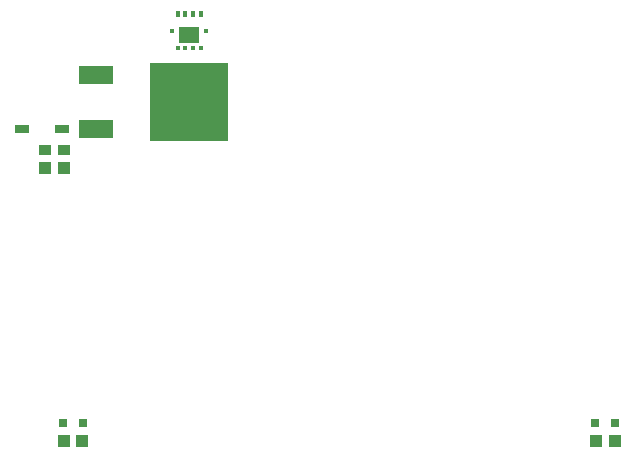
<source format=gtp>
G04*
G04 #@! TF.GenerationSoftware,Altium Limited,Altium Designer,24.0.1 (36)*
G04*
G04 Layer_Color=8421504*
%FSLAX44Y44*%
%MOMM*%
G71*
G04*
G04 #@! TF.SameCoordinates,516FB9ED-FB34-4965-85CA-DC03E0874189*
G04*
G04*
G04 #@! TF.FilePolarity,Positive*
G04*
G01*
G75*
%ADD14R,0.8000X0.8000*%
%ADD15R,1.0500X1.0000*%
%ADD16R,0.4000X0.3000*%
%ADD17R,0.3800X0.4300*%
%ADD18R,0.3500X0.5000*%
%ADD19R,1.0000X0.9500*%
%ADD20R,1.2100X0.7300*%
%ADD21R,3.0000X1.6000*%
%ADD22R,6.7000X6.7000*%
G36*
X-135218Y37809D02*
Y51091D01*
X-118783D01*
X-118783Y37809D01*
X-135218Y37809D01*
D02*
G37*
D14*
X-217117Y-284279D02*
D03*
X-233617D02*
D03*
X216996Y-284350D02*
D03*
X233496D02*
D03*
D15*
X-217367Y-299519D02*
D03*
X-233367D02*
D03*
X217246Y-299590D02*
D03*
X233246D02*
D03*
X-233300Y-68580D02*
D03*
X-249300D02*
D03*
D16*
X-136750Y33050D02*
D03*
X-130250D02*
D03*
X-117250D02*
D03*
X-123750D02*
D03*
D17*
X-141150Y48050D02*
D03*
X-112850D02*
D03*
D18*
X-136750Y62050D02*
D03*
X-117250Y62050D02*
D03*
X-130250D02*
D03*
X-123750Y62050D02*
D03*
D19*
X-233300Y-53340D02*
D03*
X-249300D02*
D03*
D20*
X-234660Y-35560D02*
D03*
X-268260D02*
D03*
D21*
X-205500Y10160D02*
D03*
Y-35560D02*
D03*
D22*
X-127000Y-12700D02*
D03*
M02*

</source>
